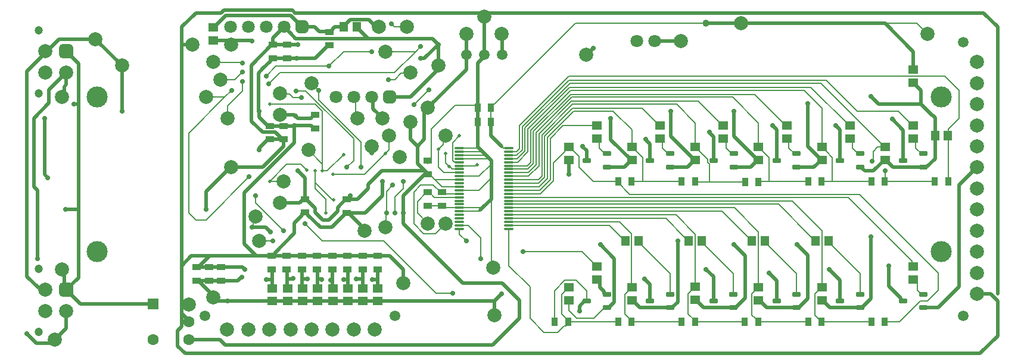
<source format=gbl>
G04*
G04 #@! TF.GenerationSoftware,Altium Limited,Altium Designer,22.11.1 (43)*
G04*
G04 Layer_Physical_Order=2*
G04 Layer_Color=16711680*
%FSLAX44Y44*%
%MOMM*%
G71*
G04*
G04 #@! TF.SameCoordinates,DD534F31-E0F6-4E29-A9B1-9AC83580A68C*
G04*
G04*
G04 #@! TF.FilePolarity,Positive*
G04*
G01*
G75*
%ADD10C,0.2000*%
%ADD15C,0.5000*%
%ADD17R,1.3500X1.1500*%
%ADD18C,2.0000*%
%ADD21R,1.1500X1.3500*%
%ADD25R,0.9000X1.3000*%
%ADD26R,1.3000X0.9000*%
%ADD59C,1.6000*%
%ADD60R,1.6000X1.6000*%
%ADD61C,1.8000*%
G04:AMPARAMS|DCode=62|XSize=1.8mm|YSize=1.8mm|CornerRadius=0.45mm|HoleSize=0mm|Usage=FLASHONLY|Rotation=270.000|XOffset=0mm|YOffset=0mm|HoleType=Round|Shape=RoundedRectangle|*
%AMROUNDEDRECTD62*
21,1,1.8000,0.9000,0,0,270.0*
21,1,0.9000,1.8000,0,0,270.0*
1,1,0.9000,-0.4500,-0.4500*
1,1,0.9000,-0.4500,0.4500*
1,1,0.9000,0.4500,0.4500*
1,1,0.9000,0.4500,-0.4500*
%
%ADD62ROUNDEDRECTD62*%
%ADD63C,1.2000*%
G04:AMPARAMS|DCode=64|XSize=2mm|YSize=2mm|CornerRadius=0.5mm|HoleSize=0mm|Usage=FLASHONLY|Rotation=180.000|XOffset=0mm|YOffset=0mm|HoleType=Round|Shape=RoundedRectangle|*
%AMROUNDEDRECTD64*
21,1,2.0000,1.0000,0,0,180.0*
21,1,1.0000,2.0000,0,0,180.0*
1,1,1.0000,-0.5000,0.5000*
1,1,1.0000,0.5000,0.5000*
1,1,1.0000,0.5000,-0.5000*
1,1,1.0000,-0.5000,-0.5000*
%
%ADD64ROUNDEDRECTD64*%
%ADD65C,3.0000*%
%ADD66C,1.5000*%
%ADD67C,0.7000*%
%ADD68C,0.5000*%
%ADD69C,1.0000*%
G04:AMPARAMS|DCode=70|XSize=0.65mm|YSize=1.25mm|CornerRadius=0.1625mm|HoleSize=0mm|Usage=FLASHONLY|Rotation=90.000|XOffset=0mm|YOffset=0mm|HoleType=Round|Shape=RoundedRectangle|*
%AMROUNDEDRECTD70*
21,1,0.6500,0.9250,0,0,90.0*
21,1,0.3250,1.2500,0,0,90.0*
1,1,0.3250,0.4625,0.1625*
1,1,0.3250,0.4625,-0.1625*
1,1,0.3250,-0.4625,-0.1625*
1,1,0.3250,-0.4625,0.1625*
%
%ADD70ROUNDEDRECTD70*%
G04:AMPARAMS|DCode=71|XSize=0.3mm|YSize=1.37mm|CornerRadius=0.075mm|HoleSize=0mm|Usage=FLASHONLY|Rotation=90.000|XOffset=0mm|YOffset=0mm|HoleType=Round|Shape=RoundedRectangle|*
%AMROUNDEDRECTD71*
21,1,0.3000,1.2200,0,0,90.0*
21,1,0.1500,1.3700,0,0,90.0*
1,1,0.1500,0.6100,0.0750*
1,1,0.1500,0.6100,-0.0750*
1,1,0.1500,-0.6100,-0.0750*
1,1,0.1500,-0.6100,0.0750*
%
%ADD71ROUNDEDRECTD71*%
D10*
X591539Y90570D02*
X615000D01*
X545000Y240000D02*
Y250000D01*
X533000Y228000D02*
X545000Y240000D01*
X789500Y475000D02*
X975000D01*
X1229500Y250000D02*
X1230000Y250500D01*
Y265000D01*
X655000Y140000D02*
Y170000D01*
X625000Y175000D02*
Y182500D01*
Y175000D02*
X635000Y165000D01*
X695000Y292500D02*
X705529D01*
X710000Y296971D01*
X695000Y292500D02*
X695500Y293000D01*
X672500Y127371D02*
X675000Y124871D01*
X670000Y129871D02*
X672500Y127371D01*
X601556Y311556D02*
X605000Y315000D01*
X601556Y302556D02*
Y311556D01*
X595000Y296000D02*
X601556Y302556D01*
X585000Y283000D02*
Y325000D01*
X618351Y358351D02*
X647470D01*
X585000Y325000D02*
X618351Y358351D01*
X580000Y279500D02*
X581500D01*
X585000Y283000D01*
X647470Y358351D02*
X650500Y355321D01*
X580000Y275312D02*
Y279500D01*
X780402Y400000D02*
X1315000D01*
X1335000Y340000D02*
Y380000D01*
X1315000Y400000D02*
X1335000Y380000D01*
X1319500Y324500D02*
X1335000Y340000D01*
X1319500Y250000D02*
Y324500D01*
X1219250Y299250D02*
X1230000D01*
X1212650Y279957D02*
Y292650D01*
X1219250Y299250D01*
X1211694Y279000D02*
X1212650Y279957D01*
X595000Y270000D02*
Y296000D01*
X725000Y55000D02*
X745000Y35000D01*
X695000Y130000D02*
Y182500D01*
X725000Y55000D02*
Y100000D01*
X695000Y130000D02*
X725000Y100000D01*
X675000Y120000D02*
Y124871D01*
X430000Y275000D02*
Y350000D01*
Y265000D02*
Y275000D01*
X410000Y295000D02*
X430000Y275000D01*
X355000Y250000D02*
X375000D01*
X540000Y285000D02*
Y290000D01*
X554307Y404307D02*
X555000Y405000D01*
X542000Y404307D02*
X554307D01*
X532915Y395222D02*
X542000Y404307D01*
X524125Y395222D02*
X532915D01*
X532631Y404722D02*
X562909Y435000D01*
X520000D02*
X562909D01*
X570000Y442091D01*
X532569Y470000D02*
X550000D01*
X528016Y474554D02*
X532569Y470000D01*
X527931Y474554D02*
X528016D01*
X340000Y165000D02*
X360000D01*
X331556Y187909D02*
Y196556D01*
X330000Y185000D02*
Y186353D01*
X331556Y196556D02*
X335000Y200000D01*
X330000Y186353D02*
X331556Y187909D01*
X275000Y420000D02*
X275550Y419450D01*
X315950D01*
X316500Y418900D01*
X316035Y378426D02*
Y392300D01*
X295000Y357391D02*
X316035Y378426D01*
X295000Y340000D02*
Y357391D01*
X240000Y319000D02*
X291000Y370000D01*
X301000Y380000D01*
X265000Y370000D02*
X291000D01*
X285000Y395000D02*
X305300D01*
X316500Y406200D01*
X415000Y390000D02*
X425000Y380000D01*
Y380000D02*
Y380000D01*
X475000Y370000D02*
X477500Y367500D01*
Y342500D02*
X480000Y340000D01*
X477500Y342500D02*
Y367500D01*
X500000Y290750D02*
Y300000D01*
X520000Y290000D02*
X525000Y295000D01*
Y315000D01*
X520500Y185500D02*
Y204500D01*
X520000Y185000D02*
X520500Y185500D01*
Y204500D02*
X521000Y205000D01*
X370000Y375000D02*
X370039Y374961D01*
X383000D01*
X388383Y369578D01*
X399910D01*
X425000Y366314D02*
X485000Y306314D01*
X425000Y366314D02*
Y380000D01*
X475000Y280000D02*
Y310657D01*
X406512Y379145D02*
X475000Y310657D01*
X485000Y270000D02*
Y306314D01*
X240000Y205000D02*
X250000Y195000D01*
X264444D01*
X615000Y280000D02*
Y305000D01*
X617173Y277827D02*
X624673D01*
X615000Y305000D02*
X625000Y315000D01*
X605000Y276000D02*
X610000Y271000D01*
X605000Y276000D02*
Y290000D01*
X615000Y280000D02*
X617173Y277827D01*
X560000Y359343D02*
Y359393D01*
X581021Y380414D02*
Y380464D01*
X560000Y359393D02*
X581021Y380414D01*
X436500Y265000D02*
X460000Y288500D01*
X465000Y270000D02*
X475000Y280000D01*
X430000Y265000D02*
X436500D01*
X460000Y435000D02*
X500000D01*
X439222Y414222D02*
X460000Y435000D01*
X420000Y360000D02*
X430000Y350000D01*
X595000Y270000D02*
X602500Y262500D01*
X625000D01*
X614278Y267500D02*
X625000D01*
X490000Y260000D02*
X520000Y290000D01*
X610778Y271000D02*
X614278Y267500D01*
X610000Y271000D02*
X610778D01*
X721186Y272500D02*
X726000Y277314D01*
X695000Y272500D02*
X721186D01*
X695000Y262500D02*
X722500D01*
X734000Y274000D01*
X695000Y277500D02*
X707500D01*
X721843Y267500D02*
X730000Y275657D01*
X695000Y267500D02*
X721843D01*
X742000Y316343D02*
X785657Y360000D01*
X746000Y314686D02*
X785314Y354000D01*
X722000Y324627D02*
X781373Y384000D01*
X726000Y322971D02*
X783029Y380000D01*
X730000Y321314D02*
X782686Y374000D01*
X734000Y319657D02*
X784343Y370000D01*
X738000Y318000D02*
X784000Y364000D01*
X754000Y311373D02*
X771877Y329250D01*
X750000Y313029D02*
X786971Y350000D01*
X730000Y275657D02*
Y321314D01*
X707500Y277500D02*
X722000Y292000D01*
Y324627D01*
X714000Y295314D02*
Y327941D01*
X706186Y287500D02*
X714000Y295314D01*
X726000Y277314D02*
Y322971D01*
X710000Y296971D02*
Y329598D01*
X706843Y282500D02*
X718000Y293657D01*
X734000Y274000D02*
Y319657D01*
X738000Y272343D02*
Y318000D01*
X718000Y293657D02*
Y326284D01*
X695000Y282500D02*
X706843D01*
X687173Y297827D02*
X694673D01*
X695000Y297500D01*
Y287500D02*
X706186D01*
X669500Y357000D02*
X673000Y360500D01*
X669500Y335000D02*
Y349500D01*
X673000Y360500D02*
X675000D01*
X669500Y355000D02*
Y357000D01*
X685000Y300000D02*
X687173Y297827D01*
X625000Y297500D02*
X652500D01*
X625000Y287500D02*
X662500D01*
X647688Y272500D02*
X649188Y274000D01*
X650000D01*
X625000Y272500D02*
X647688D01*
X625000Y282500D02*
X667500D01*
X624673Y277827D02*
X625000Y277500D01*
Y292500D02*
X657500D01*
X823250Y297500D02*
X831250Y289500D01*
X795000Y270000D02*
Y285250D01*
X779000Y299250D02*
X779826D01*
X780000D02*
X781000D01*
X758000Y276424D02*
X774250Y292674D01*
X781000Y299250D02*
X795000Y285250D01*
X774250Y292674D02*
Y294500D01*
X779000Y299250D01*
X771877Y329250D02*
X820000D01*
X823250Y297500D02*
Y307500D01*
X786971Y350000D02*
X843435D01*
X1059250Y164000D02*
Y165000D01*
X1065000Y250000D02*
Y284250D01*
X977907Y276967D02*
Y281343D01*
X1050312Y250000D02*
X1065000D01*
X977907Y276967D02*
X980000Y274874D01*
X885000Y250000D02*
Y284250D01*
X980000Y249640D02*
Y274874D01*
X805750Y80000D02*
Y94250D01*
X790828Y109172D02*
X805750Y94250D01*
X815000Y250000D02*
X850500D01*
X869500D02*
X885000D01*
X850500Y248000D02*
Y250000D01*
X885000D02*
X940500D01*
X850500Y248000D02*
X867000Y231500D01*
X998250Y207500D02*
X1035000Y170750D01*
X1040750Y165000D02*
Y166000D01*
X1050000Y99250D02*
Y178500D01*
X1049000Y99250D02*
X1050000D01*
X1035000Y170750D02*
X1036000D01*
X1040750Y166000D01*
X1016000Y212500D02*
X1050000Y178500D01*
X1014250Y89500D02*
Y119000D01*
X1040000Y90250D02*
X1049000Y99250D01*
X869500Y50000D02*
Y52000D01*
X779500Y50000D02*
X850500D01*
X779500Y48000D02*
Y50000D01*
Y52000D01*
X869500Y50000D02*
X940500D01*
X791565Y55000D02*
X815750D01*
X1049952Y249640D02*
X1050312Y250000D01*
X959860Y249640D02*
X980000D01*
X1030952D01*
X959500Y250000D02*
X959860Y249640D01*
X855000Y170750D02*
X856000D01*
X852500Y192500D02*
X869500Y175500D01*
X838250Y187500D02*
X855000Y170750D01*
X879250Y164000D02*
Y165000D01*
X860750D02*
Y166000D01*
X856000Y170750D02*
X860750Y166000D01*
X799250Y150000D02*
X820000Y129250D01*
X869500Y99750D02*
Y175500D01*
X879250Y164000D02*
X924250Y119000D01*
X950000Y90000D02*
X954250Y94250D01*
X950000Y61500D02*
X959500Y52000D01*
X954250Y94250D02*
Y95250D01*
X932500Y202500D02*
X960000Y175000D01*
X950000Y61500D02*
Y90000D01*
X954250Y95250D02*
X959000Y100000D01*
X945000Y170750D02*
X946000D01*
X950750Y165000D02*
Y166000D01*
X946000Y170750D02*
X950750Y166000D01*
X960000Y100000D02*
Y175000D01*
X831250Y70500D02*
X834250D01*
X815750Y55000D02*
X831250Y70500D01*
X959500Y50000D02*
X1030500D01*
X969250Y164000D02*
X1014250Y119000D01*
X969250Y164000D02*
Y165000D01*
X959500Y50000D02*
Y52000D01*
X860000Y89250D02*
X864250Y93500D01*
X860000Y61500D02*
Y89250D01*
X864250Y93500D02*
Y94500D01*
X869500Y99750D01*
X860000Y61500D02*
X869500Y52000D01*
X918250Y197500D02*
X945000Y170750D01*
X924250Y89500D02*
Y119000D01*
X770000Y61500D02*
X779500Y52000D01*
X770000Y61500D02*
Y89250D01*
X774250Y93500D02*
Y94500D01*
X774593Y109172D02*
X790828D01*
X774250Y94500D02*
X779000Y99250D01*
X780000Y66565D02*
X791565Y55000D01*
X779000Y99250D02*
X780000D01*
Y66565D02*
Y80750D01*
X770000Y89250D02*
X774250Y93500D01*
X1040000Y60000D02*
Y90250D01*
Y60000D02*
X1045000Y55000D01*
X370026Y404722D02*
X532631D01*
X364222Y414222D02*
X439222D01*
X710000Y329598D02*
X780402Y400000D01*
X718000Y326284D02*
X781716Y390000D01*
X714000Y327941D02*
X780059Y394000D01*
X675000Y360500D02*
X789500Y475000D01*
X355000Y360000D02*
X420000D01*
X392251Y379145D02*
X406512D01*
X399642Y274500D02*
X407571Y266571D01*
X335000Y220000D02*
X375000Y180000D01*
X335000Y220000D02*
Y230000D01*
X264444Y195000D02*
X326000Y256556D01*
X240000Y205000D02*
Y319000D01*
X379500Y274500D02*
X399642D01*
X355000Y250000D02*
X379500Y274500D01*
X353985Y388681D02*
X370026Y404722D01*
X350000Y400000D02*
X364222Y414222D01*
X521000Y236000D02*
X530000Y245000D01*
X578000Y234500D02*
X580000D01*
Y260500D02*
X582000D01*
X560000Y235000D02*
X570000Y245000D01*
X580000Y234500D02*
X582000D01*
X445436Y224564D02*
X446010Y223990D01*
X420000Y248339D02*
X443775Y224564D01*
X420000Y240000D02*
Y248339D01*
X435000Y205000D02*
Y225000D01*
X420000Y240000D02*
X435000Y225000D01*
X443775Y224564D02*
X445436D01*
X445000Y260000D02*
X490000D01*
X560000Y190000D02*
Y235000D01*
X565000Y205000D02*
X580000Y190000D01*
X565000Y221500D02*
X578000Y234500D01*
X565000Y205000D02*
Y221500D01*
X533000Y205000D02*
Y228000D01*
X521000Y205000D02*
Y236000D01*
X843435Y350000D02*
X870000Y323435D01*
Y299250D02*
Y323435D01*
Y299250D02*
X871000D01*
X875750Y294500D01*
X913250Y297500D02*
Y307500D01*
Y297500D02*
X921250Y289500D01*
X875750Y293500D02*
Y294500D01*
Y293500D02*
X885000Y284250D01*
X1003750Y297500D02*
X1011657Y289593D01*
X960000Y299250D02*
Y333435D01*
X909000Y329250D02*
X910000D01*
X1089000D02*
X1090000D01*
X1055750Y293500D02*
X1065000Y284250D01*
X1093250Y297500D02*
Y307500D01*
X1055750Y293500D02*
Y294500D01*
X1051000Y299250D02*
X1055750Y294500D01*
X1050000Y299250D02*
X1051000D01*
X1050000D02*
Y333435D01*
X961000Y299250D02*
X965750Y294500D01*
X960000Y299250D02*
X961000D01*
X965750Y293500D02*
X977907Y281343D01*
X965750Y293500D02*
Y294500D01*
X1013435Y370000D02*
X1050000Y333435D01*
X1044250Y374000D02*
X1089000Y329250D01*
X785657Y360000D02*
X933435D01*
X964250Y364000D02*
X999000Y329250D01*
X782686Y374000D02*
X1044250D01*
X784343Y370000D02*
X1013435D01*
X933435Y360000D02*
X960000Y333435D01*
X884250Y354000D02*
X909000Y329250D01*
X785314Y354000D02*
X884250D01*
X784000Y364000D02*
X964250D01*
X999000Y329250D02*
X1000000D01*
X1003750Y297500D02*
Y307500D01*
X745000Y35000D02*
X764500D01*
X774000Y44500D01*
X776000D01*
X750000Y254343D02*
Y313029D01*
X760000Y50500D02*
X760500Y50000D01*
X760000Y50500D02*
Y94578D01*
X776000Y44500D02*
X779500Y48000D01*
X742000Y257657D02*
Y316343D01*
X746000Y256000D02*
Y314686D01*
X695000Y222500D02*
X1097500D01*
X420000Y248339D02*
Y265000D01*
X405000Y190000D02*
X430000Y165000D01*
X695000Y252500D02*
X736843D01*
X695000Y202500D02*
X932500D01*
X695000Y197500D02*
X918250D01*
X695000Y187500D02*
X838250D01*
X695000Y232500D02*
X739471D01*
X695000Y242500D02*
X738157D01*
X695000Y237500D02*
X738814D01*
X695000Y217500D02*
X1078250D01*
X695000Y212500D02*
X1016000D01*
X695000Y207500D02*
X998250D01*
X695000Y247500D02*
X737500D01*
X695000Y192500D02*
X852500D01*
X695000Y257500D02*
X723157D01*
X430000Y165000D02*
X517108D01*
X580000Y215500D02*
X600000D01*
X590828Y175828D02*
X605000Y190000D01*
X560000D02*
X574172Y175828D01*
X590828D01*
X603000Y212500D02*
X625000D01*
X600000Y215500D02*
X603000Y212500D01*
X760000Y94578D02*
X774593Y109172D01*
X723157Y257500D02*
X738000Y272343D01*
X715000Y150000D02*
X799250D01*
X738157Y242500D02*
X750000Y254343D01*
X738814Y237500D02*
X754000Y252686D01*
X739471Y232500D02*
X758000Y251029D01*
X795000Y270000D02*
X815000Y250000D01*
X737500Y247500D02*
X746000Y256000D01*
X754000Y252686D02*
Y311373D01*
X736843Y252500D02*
X742000Y257657D01*
X758000Y251029D02*
Y276424D01*
X670000Y129871D02*
Y225000D01*
X582000Y260500D02*
X590000Y252500D01*
X602000Y232500D02*
X625000D01*
X600000Y242500D02*
X625000D01*
X600000Y234500D02*
X602000Y232500D01*
X589000Y227500D02*
X625000D01*
X598000Y234500D02*
X600000D01*
X590000Y252500D02*
X625000D01*
X587500Y245000D02*
X598000Y234500D01*
X582000D02*
X589000Y227500D01*
X590000Y252500D02*
X600000Y242500D01*
X570000Y245000D02*
X587500D01*
X652500Y257500D02*
X670000Y275000D01*
X652500Y237500D02*
X670000Y255000D01*
X625000Y237500D02*
X652500D01*
X625000Y187500D02*
X637500D01*
X625000Y257500D02*
X652500D01*
X637500Y187500D02*
X655000Y170000D01*
X625000Y207500D02*
X652500D01*
X654250Y209250D01*
X625000Y212500D02*
X657500D01*
X517108Y165000D02*
X591539Y90570D01*
X1275000Y475000D02*
X1290000Y460000D01*
X1230000Y475000D02*
X1275000D01*
X1290000Y80000D02*
X1305000Y95000D01*
X1193500Y231500D02*
X1305000Y120000D01*
Y95000D02*
Y120000D01*
X867000Y231500D02*
X1193500D01*
X1268172Y131078D02*
X1270000Y129250D01*
X1177500Y227500D02*
X1268172Y136828D01*
X695000Y227500D02*
X1177500D01*
X1268172Y131078D02*
Y136828D01*
X1140000Y99250D02*
Y180000D01*
X1097500Y222500D02*
X1140000Y180000D01*
X1130750Y165000D02*
Y166000D01*
X1125000Y170750D02*
X1126000D01*
X1130750Y166000D01*
X1078250Y217500D02*
X1125000Y170750D01*
X1059250Y164000D02*
X1104250Y119000D01*
Y89500D02*
Y119000D01*
X1271000Y110750D02*
X1275750Y106000D01*
Y95000D02*
X1281250Y89500D01*
X1275750Y95000D02*
Y106000D01*
X1270000Y110750D02*
X1271000D01*
X1281250Y89500D02*
X1284250D01*
X1149250Y164000D02*
X1194250Y119000D01*
X1149250Y164000D02*
Y165000D01*
X1194250Y89500D02*
Y119000D01*
X1130000Y59500D02*
X1139500Y50000D01*
X1130000Y90250D02*
X1139000Y99250D01*
X1130000Y59500D02*
Y90250D01*
X1139000Y99250D02*
X1140000D01*
X1049500Y50000D02*
X1120500D01*
X1139500D02*
X1210500D01*
X1280000Y80000D02*
X1290000D01*
X1250000Y50000D02*
X1280000Y80000D01*
X1229500Y50000D02*
X1250000D01*
X1065000Y250000D02*
X1120500D01*
X1155000D02*
X1210500D01*
X1139500D02*
X1155000D01*
X1145750Y293500D02*
X1155000Y284250D01*
Y250000D02*
Y284250D01*
X1140000Y299250D02*
X1141000D01*
X1145750Y294500D01*
Y293500D02*
Y294500D01*
X1229500Y250000D02*
X1300500D01*
X780059Y394000D02*
X1146000D01*
X1190000Y350000D01*
X1248250D01*
X1269000Y329250D01*
X1270000D01*
X781716Y390000D02*
X1138250D01*
X1229000Y299250D01*
X1124250Y384000D02*
X1179000Y329250D01*
X781373Y384000D02*
X1124250D01*
X1179000Y329250D02*
X1180000D01*
X783029Y380000D02*
X1114435D01*
X1140000Y354435D01*
Y299250D02*
Y354435D01*
X1183250Y297500D02*
Y307500D01*
Y297500D02*
X1191250Y289500D01*
X1093250Y297500D02*
X1101250Y289500D01*
X1273250Y297500D02*
Y307500D01*
Y297500D02*
X1281250Y289500D01*
D15*
X391391Y343550D02*
G03*
X389941Y345000I-1450J0D01*
G01*
X345444Y411000D02*
X345500D01*
X358000Y425500D02*
X360000D01*
X356000Y421500D02*
Y423500D01*
X339000Y351541D02*
Y404556D01*
X345444Y411000D01*
X356000Y423500D02*
X358000Y425500D01*
X345500Y411000D02*
X356000Y421500D01*
X340000Y350000D02*
Y350541D01*
X339000Y351541D02*
X340000Y350541D01*
X565000Y275500D02*
Y300000D01*
Y275500D02*
X575500Y265000D01*
X495000Y245556D02*
X514444Y265000D01*
X575500D01*
X577750Y262750D02*
X580000Y260500D01*
X575500Y265000D02*
X577750Y262750D01*
X575500Y260500D02*
X580000D01*
X230000Y43200D02*
Y62320D01*
X25000Y140000D02*
Y237771D01*
X20000Y242771D02*
Y340000D01*
Y242771D02*
X25000Y237771D01*
X62870Y98800D02*
X66000Y95670D01*
X60000Y125000D02*
X62870Y122130D01*
Y98800D02*
Y122130D01*
Y372870D02*
Y384660D01*
X60000Y370000D02*
X62870Y372870D01*
Y384660D02*
X66000Y387790D01*
Y405290D01*
X975000Y475000D02*
X1025000D01*
X1230000D01*
X1150000Y125000D02*
X1165750Y109250D01*
Y80000D02*
Y109250D01*
X1105000Y160000D02*
X1120293Y144707D01*
X895750Y80000D02*
Y103682D01*
X888275Y111158D02*
X895750Y103682D01*
X795383Y72633D02*
X802750Y80000D01*
X795383Y65383D02*
Y72633D01*
X825000Y160000D02*
X845000Y140000D01*
Y78250D02*
Y140000D01*
X391100Y490000D02*
X1370000D01*
X230000Y62320D02*
Y130000D01*
X465000Y224500D02*
X479500D01*
X555000Y310000D02*
X565000Y300000D01*
Y300000D02*
Y300000D01*
X85870Y75800D02*
X189655D01*
X66000Y95670D02*
X85870Y75800D01*
X1360000Y90000D02*
X1380000D01*
X650500Y355321D02*
Y418287D01*
Y355000D02*
Y355321D01*
X575000Y310000D02*
Y350000D01*
X565000Y300000D02*
X575000Y310000D01*
Y350000D02*
X634600Y409600D01*
X650500Y335000D02*
Y355000D01*
X634600Y409600D02*
Y430000D01*
X902700Y450000D02*
X940000D01*
X1197250Y270500D02*
X1198000Y269750D01*
Y267929D02*
X1200929Y265000D01*
X1213250D02*
X1229000Y280750D01*
X1194250Y270500D02*
X1197250D01*
X1198000Y267929D02*
Y269750D01*
X1200929Y265000D02*
X1213250D01*
X1230000Y280750D02*
X1231000D01*
X1229000D02*
X1230000D01*
X235000Y5000D02*
X1365000D01*
X1390000Y30000D01*
X224500Y15500D02*
X235000Y5000D01*
X224500Y15500D02*
Y37700D01*
X230000Y43200D01*
X240000Y50400D02*
Y52320D01*
X230000Y62320D02*
X240000Y52320D01*
X284261Y25000D02*
X292261Y17000D01*
X240000Y25000D02*
X284261D01*
X672000Y17000D02*
X710000Y55000D01*
X292261Y17000D02*
X672000D01*
X359880Y144040D02*
X379470D01*
X630000Y105000D02*
X685556D01*
X545000Y190000D02*
X630000Y105000D01*
X685556D02*
X710000Y80556D01*
Y55000D02*
Y80556D01*
X545000Y190000D02*
Y205000D01*
X230000Y130000D02*
X244040Y144040D01*
X370000Y220000D02*
X398000D01*
X403000Y225000D01*
X405000D01*
X570000Y425000D02*
X575000D01*
X595000Y445000D01*
Y415000D02*
Y445000D01*
Y410000D02*
Y415000D01*
X555000Y310000D02*
Y335000D01*
X460750Y471000D02*
X469750Y480000D01*
X460750Y470000D02*
Y471000D01*
X469750Y480000D02*
X470000D01*
X470250Y480250D01*
X505941Y470000D02*
X510000D01*
X495691Y480250D02*
X505941Y470000D01*
X470250Y480250D02*
X495691D01*
X685200Y430200D02*
Y459800D01*
Y430200D02*
X685400Y430000D01*
X685000Y460000D02*
X685200Y459800D01*
X634800D02*
X635000Y460000D01*
X634800Y430200D02*
Y459800D01*
X634600Y430000D02*
X634800Y430200D01*
X660000Y430000D02*
Y485000D01*
X805000Y430000D02*
X815000Y440000D01*
X674570Y79570D02*
X675000Y80000D01*
X685000Y90000D01*
X675000Y60000D02*
Y80000D01*
X467000Y205500D02*
X490500D01*
X465000D02*
X467000D01*
X463000D02*
X465000D01*
X467000D02*
X490000Y182500D01*
Y180000D02*
Y182500D01*
X509010Y144040D02*
X525960D01*
X545000Y125000D01*
Y105000D02*
Y125000D01*
X276000Y469250D02*
X279250Y472500D01*
Y472985D02*
X292766Y486500D01*
X275000Y469250D02*
X276000D01*
X279250Y472500D02*
Y472985D01*
X292766Y486500D02*
X384700D01*
X230000Y445000D02*
Y470000D01*
Y130000D02*
Y445000D01*
X245000D01*
X502024Y353500D02*
Y368377D01*
X515000Y340000D02*
Y340523D01*
X502024Y353500D02*
X515000Y340523D01*
X500400Y370000D02*
X502024Y368377D01*
X391391Y343550D02*
X391770D01*
X370000Y345000D02*
X389941D01*
X289866Y493500D02*
X387599D01*
X250000Y490000D02*
X286366D01*
X230000Y470000D02*
X250000Y490000D01*
X286366D02*
X289866Y493500D01*
X269540Y144040D02*
X335960D01*
X509010Y79570D02*
X674570D01*
X329000Y336000D02*
Y415500D01*
Y336000D02*
X345000Y320000D01*
X360000Y444500D02*
X360000Y444500D01*
X329000Y415500D02*
X358000Y444500D01*
X439142Y195000D02*
X451510Y207368D01*
X463000Y224500D02*
X465000D01*
X451510Y207368D02*
Y213010D01*
X463000Y224500D01*
X330000Y185000D02*
X349459D01*
X356012Y178447D01*
X356553D01*
X555000Y370000D02*
X595000Y410000D01*
X251500Y109000D02*
X253500D01*
Y128000D02*
X268708D01*
X244040Y144040D02*
X269540D01*
X253500Y128000D02*
X269540Y144040D01*
X251500Y128000D02*
X253500D01*
X268708Y109000D02*
X285916D01*
X253500D02*
X268708D01*
X253500D02*
X282500Y80000D01*
X295215Y79785D02*
X358935D01*
X335960Y144040D02*
X357880D01*
X319000Y161000D02*
X335960Y144040D01*
X379470Y125040D02*
X380014Y124496D01*
X359150Y79570D02*
X380559D01*
X358515Y110000D02*
Y124405D01*
X380014Y111555D02*
Y124496D01*
X387729Y111555D02*
X388087Y111913D01*
X361880Y148040D02*
X390000Y176160D01*
Y191000D01*
X380014Y111555D02*
X387729D01*
X380014Y98614D02*
Y111555D01*
Y98614D02*
X380559Y98070D01*
X357880Y144040D02*
X359880D01*
X357880Y125040D02*
X358515Y124405D01*
X359880Y144040D02*
X361880Y146040D01*
Y148040D01*
X316459Y128000D02*
X319459Y125000D01*
X320000D01*
X285916Y128000D02*
X316459D01*
X268708D02*
X285916D01*
X358515Y98705D02*
X359150Y98070D01*
X350000Y110000D02*
X358515D01*
Y98705D02*
Y110000D01*
X358935Y79785D02*
X359150Y79570D01*
X282500Y80000D02*
X295000D01*
X310024Y109000D02*
X314917Y113893D01*
X295000Y80000D02*
X295215Y79785D01*
X285916Y109000D02*
X310024D01*
X314917Y113893D02*
X315458D01*
X479250Y469000D02*
X495159Y453091D01*
X479250Y469000D02*
Y470000D01*
X447500D02*
X460750D01*
X438000Y444000D02*
X440000D01*
X439726Y463274D02*
X440000Y463000D01*
X442000D02*
X444000Y465000D01*
X440000Y463000D02*
X442000D01*
X419274Y470000D02*
X426000Y463274D01*
X444000Y465000D02*
Y466500D01*
X419757Y425757D02*
X438000Y444000D01*
X444000Y466500D02*
X447500Y470000D01*
X426000Y463274D02*
X439726D01*
X525800Y370000D02*
X555000D01*
X495159Y453091D02*
X586909D01*
X595000Y445000D01*
X418000Y325500D02*
X420000D01*
X418000Y344500D02*
X420000D01*
X652500Y297500D02*
X657500Y292500D01*
X650500Y299500D02*
X652500Y297500D01*
X650500Y299500D02*
Y335000D01*
X669500Y315500D02*
X685000Y300000D01*
X669500Y315500D02*
Y335000D01*
X657500Y292500D02*
X662500Y287500D01*
X667500Y282500D01*
X831250Y289500D02*
X834250D01*
X805750Y280000D02*
Y293709D01*
X805375Y280375D02*
X805750Y280000D01*
X670000Y275000D02*
Y280000D01*
X667500Y282500D02*
X670000Y280000D01*
X800000Y299459D02*
X805750Y293709D01*
X800000Y299459D02*
Y300000D01*
X840000Y309750D02*
Y340000D01*
X820000Y310750D02*
X823250Y307500D01*
X1059250Y165000D02*
X1062500Y168250D01*
X1064722Y119722D02*
X1075750Y108694D01*
X1038843Y270593D02*
X1049000Y280750D01*
X1014657Y270593D02*
X1038843D01*
X924250Y270500D02*
X948750D01*
X959000Y280750D01*
X444784Y79570D02*
X466193D01*
X487601D01*
X466012Y98251D02*
X466193Y98070D01*
X460000Y110000D02*
X460383Y110383D01*
X464839D01*
X466012Y111555D01*
Y98251D02*
Y111555D01*
X477917Y111056D02*
X487511D01*
X423013Y98433D02*
Y111555D01*
X443592D02*
X444512D01*
X441420Y109924D02*
X441961D01*
X443592Y111555D01*
X423376Y79570D02*
X444784D01*
X423013Y98433D02*
X423376Y98070D01*
X423013Y111555D02*
X423622Y110946D01*
X429054D02*
X429437Y110563D01*
X444512Y98342D02*
Y109924D01*
X423622Y110946D02*
X429054D01*
X444512Y98342D02*
X444784Y98070D01*
X487511Y98161D02*
X487601Y98070D01*
X507838Y110383D02*
X509010Y111555D01*
X509010Y98070D02*
X509010Y98070D01*
Y111555D01*
X487601Y79570D02*
X509010D01*
X501383Y110383D02*
X507838D01*
X487511Y98161D02*
Y111056D01*
X1011250Y89500D02*
X1014250D01*
X1015000Y160000D02*
X1030619Y144381D01*
X879250Y165000D02*
Y165000D01*
X882500Y168250D01*
X820000Y110750D02*
X821000D01*
X824250Y107500D01*
Y99500D02*
X830500Y93250D01*
X824250Y99500D02*
Y107500D01*
X881250Y70500D02*
X924250D01*
X871000Y80750D02*
X881250Y70500D01*
X834250D02*
X837250D01*
X830500Y90250D02*
X831250Y89500D01*
X834250D01*
X837250Y70500D02*
X845000Y78250D01*
X802750Y80000D02*
X805750D01*
X830500Y90250D02*
Y93250D01*
X1030619Y83869D02*
Y144381D01*
X969250Y165000D02*
Y165000D01*
X961000Y81500D02*
X972000Y70500D01*
X960000Y81500D02*
X961000D01*
X985750Y80000D02*
Y114250D01*
X975000Y125000D02*
X985750Y114250D01*
X969250Y165000D02*
X972500Y168250D01*
X972000Y70500D02*
X1014250D01*
X870000Y80750D02*
X871000D01*
X924250Y70500D02*
X925000Y71250D01*
X928000D02*
X935000Y78250D01*
Y165000D01*
X921250Y89500D02*
X924250D01*
X925000Y71250D02*
X928000D01*
X1014250Y70500D02*
X1017250D01*
X1050000Y80750D02*
X1051000D01*
X1017250Y70500D02*
X1030619Y83869D01*
X401200Y470000D02*
X419274D01*
X413500Y340000D02*
X418000Y344500D01*
X660000Y427787D02*
Y430000D01*
X393806Y425757D02*
X419757D01*
X650500Y418287D02*
X660000Y427787D01*
X384700Y486500D02*
X401200Y470000D01*
X387599Y493500D02*
X391100Y490000D01*
X392138Y453091D02*
X495159D01*
X1075750Y80000D02*
Y108694D01*
X1051000Y80750D02*
X1061250Y70500D01*
X390000Y305000D02*
Y330000D01*
X373000Y310000D02*
X375000D01*
X391770Y343550D02*
X395320Y340000D01*
X388459Y329000D02*
X389459Y330000D01*
X375000Y329000D02*
X388459D01*
X389459Y330000D02*
X390000D01*
Y191000D02*
X401000Y202000D01*
X403000Y206000D02*
X405000D01*
Y225000D02*
Y255000D01*
X401000Y204000D02*
X403000Y206000D01*
X405000D02*
X407000D01*
X405000Y225000D02*
X407000D01*
X401000Y202000D02*
Y204000D01*
X395000Y265000D02*
X405000Y255000D01*
X379470Y144040D02*
X401060D01*
Y125040D02*
X401514Y124586D01*
X275375Y450375D02*
X329625D01*
X319000Y161000D02*
Y234000D01*
X265000Y235800D02*
X299200Y270000D01*
X275000Y450750D02*
X275375Y450375D01*
X265000Y210000D02*
Y235800D01*
X360000Y444500D02*
X380000D01*
X360000Y454200D02*
X375800Y470000D01*
Y469471D02*
Y470000D01*
X384700Y460529D02*
Y460571D01*
X360000Y425500D02*
X380000D01*
X380129Y425629D01*
X375800Y469471D02*
X384700Y460571D01*
X360000Y444500D02*
Y454200D01*
X380000Y444500D02*
X380500Y445000D01*
X340000Y295000D02*
X340383Y295383D01*
Y297383D01*
X353000Y310000D01*
X299200Y270000D02*
X345000D01*
X319000Y234000D02*
X390000Y305000D01*
X375000Y300000D02*
Y310000D01*
X345000Y270000D02*
X375000Y300000D01*
X360000Y425500D02*
X360000Y425500D01*
X329625Y450375D02*
X330000Y450000D01*
X358000Y444500D02*
X360000D01*
X355000Y329000D02*
X375000D01*
X345000Y320000D02*
X363000D01*
X353000Y329000D02*
X355000D01*
X363000Y320000D02*
X373000Y310000D01*
X355000D02*
X373000D01*
X340383Y341617D02*
Y349617D01*
X353000Y310000D02*
X355000D01*
X340383Y341617D02*
X353000Y329000D01*
X340000Y350000D02*
X340383Y349617D01*
X380129Y425629D02*
X393677D01*
X384700Y460529D02*
X392138Y453091D01*
X380500Y445000D02*
X395000D01*
X393677Y425629D02*
X393806Y425757D01*
X545000Y230000D02*
X575500Y260500D01*
X515000Y230000D02*
Y250000D01*
X419929Y205929D02*
Y212071D01*
X461000Y203500D02*
X463000Y205500D01*
X461000Y202929D02*
Y203500D01*
X419929Y205929D02*
X430858Y195000D01*
X439142D01*
X545000Y205000D02*
Y230000D01*
X470000Y229459D02*
Y230000D01*
X469000Y228459D02*
X470000Y229459D01*
X469000Y226500D02*
Y228459D01*
X490500Y205500D02*
X515000Y230000D01*
X479500Y224500D02*
X495000Y240000D01*
Y245556D01*
X840000Y309750D02*
X869000Y280750D01*
X858750Y270500D02*
X869000Y280750D01*
X834250Y270500D02*
X858750D01*
X910000Y310750D02*
X913250Y307500D01*
X895750Y280000D02*
Y303709D01*
X921250Y289500D02*
X924250D01*
X890000Y309459D02*
X895750Y303709D01*
X890000Y309459D02*
Y310000D01*
X1011657Y289593D02*
X1014657D01*
X1015000Y314750D02*
X1049000Y280750D01*
X925000Y314750D02*
Y350000D01*
Y314750D02*
X959000Y280750D01*
X1070000Y329459D02*
X1075750Y323709D01*
Y280000D02*
Y323709D01*
X1090000Y310750D02*
X1093250Y307500D01*
X1070000Y329459D02*
Y330000D01*
X980000Y319459D02*
Y320000D01*
X986157Y280093D02*
Y313302D01*
X980000Y319459D02*
X986157Y313302D01*
X1000000Y310750D02*
X1000500D01*
X1003750Y307500D01*
X1015000Y314750D02*
Y350000D01*
X380559Y79570D02*
X401967D01*
X413500Y330000D02*
X418000Y325500D01*
X395320Y340000D02*
X413500D01*
X390000Y330000D02*
X413500D01*
X401060Y144040D02*
X422650D01*
X407000Y206000D02*
X409000Y204000D01*
Y202929D02*
Y204000D01*
X423013Y111555D02*
Y124677D01*
X407000Y225000D02*
X419929Y212071D01*
X409000Y202929D02*
X426929Y185000D01*
X487420Y125040D02*
X487511Y124949D01*
X509010Y111555D02*
Y125040D01*
X401514Y98524D02*
X401967Y98070D01*
Y79570D02*
X423376D01*
X780000Y260000D02*
Y280750D01*
X444240Y144040D02*
X465830D01*
X487420D02*
X509010D01*
X465830D02*
X487420D01*
X422650D02*
X444240D01*
X443071Y185000D02*
X461000Y202929D01*
X422650Y125040D02*
X423013Y124677D01*
X444240Y125040D02*
X444512Y124768D01*
X426929Y185000D02*
X443071D01*
X657500Y212500D02*
X670000Y225000D01*
Y255000D02*
Y275000D01*
X654250Y209250D02*
X657500Y212500D01*
X670000Y225000D02*
Y255000D01*
X408445Y111555D02*
X408762Y111238D01*
X401514Y111555D02*
X408445D01*
X401514Y98524D02*
Y111555D01*
Y124586D01*
X487511Y111056D02*
Y124949D01*
X444512Y111555D02*
Y124768D01*
X465830Y125040D02*
X466012Y124859D01*
X509010Y125040D02*
X509010Y125040D01*
X466012Y111555D02*
Y124859D01*
X1370000Y490000D02*
X1390000Y470000D01*
X55822Y452790D02*
X107210D01*
X145000Y350000D02*
Y415000D01*
X107210Y452790D02*
X145000Y415000D01*
X10000Y406968D02*
X55822Y452790D01*
X1120293Y83543D02*
Y144707D01*
X83500Y360000D02*
Y417790D01*
Y210000D02*
Y360000D01*
X77000D02*
X83500D01*
X77000D02*
Y360541D01*
X35278Y260263D02*
X40000Y255541D01*
Y255000D02*
Y255541D01*
X35278Y260263D02*
Y339722D01*
X20000Y340000D02*
X41565Y361565D01*
X10000Y115000D02*
Y406968D01*
Y115000D02*
X26460Y98540D01*
X33130D01*
X36000Y95670D01*
X41565Y361565D02*
Y380855D01*
X66000Y405290D01*
Y41000D02*
Y65670D01*
X45000Y20000D02*
X66000Y41000D01*
X10000Y33178D02*
X23178Y20000D01*
X45000D01*
X83500Y113170D02*
Y210000D01*
X65000D02*
X83500D01*
X1284250Y70500D02*
X1305500D01*
X1335000Y100000D01*
Y245000D02*
X1360000Y270000D01*
X1335000Y100000D02*
Y245000D01*
X1390000Y30000D02*
Y80000D01*
X1380000Y90000D02*
X1390000Y80000D01*
Y90000D02*
Y470000D01*
X66000Y95670D02*
X83500Y113170D01*
X66000Y435290D02*
X83500Y417790D01*
X1274250Y386500D02*
X1280750Y380000D01*
Y360000D02*
Y380000D01*
Y360000D02*
X1296500Y344250D01*
X1221000Y360000D02*
X1280750D01*
X1274250Y386500D02*
Y387500D01*
X1271000Y390750D02*
X1274250Y387500D01*
X1270000Y390750D02*
X1271000D01*
X1210000Y371000D02*
X1221000Y360000D01*
X1230000Y475000D02*
X1270000Y435000D01*
X1061250Y70500D02*
X1104250D01*
X1107250D01*
X1120293Y83543D01*
X1101250Y89500D02*
X1104250D01*
X1191250D02*
X1194250D01*
X1151250Y70500D02*
X1194250D01*
X1141000Y80750D02*
X1151250Y70500D01*
X1140000Y80750D02*
X1141000D01*
X1194250Y70500D02*
X1197250D01*
X1210000Y83250D01*
Y171000D01*
X1252000Y80750D02*
X1252750Y80000D01*
X1252000Y80750D02*
Y83750D01*
X1252750Y80000D02*
X1255750D01*
X1234722Y101028D02*
X1252000Y83750D01*
X1234722Y101028D02*
Y130278D01*
X1289500Y271250D02*
X1300750Y282500D01*
Y341000D01*
X1297500Y344250D02*
X1300750Y341000D01*
X1270000Y409250D02*
Y435000D01*
X1120000Y299750D02*
X1139000Y280750D01*
X1120000Y299750D02*
Y361000D01*
X1180000Y310750D02*
X1183250Y307500D01*
X1191250Y289500D02*
X1194250D01*
X1101250D02*
X1104250D01*
X1231000Y280750D02*
X1241250Y270500D01*
X1284250D01*
X1104250D02*
X1128750D01*
X1139000Y280750D01*
X1160000Y329459D02*
X1165750Y323709D01*
X1160000Y329459D02*
Y330000D01*
X1165750Y280000D02*
Y323709D01*
X1240000Y339000D02*
X1255750Y323250D01*
Y280000D02*
Y323250D01*
X1270000Y310750D02*
X1273250Y307500D01*
X1281250Y289500D02*
X1284250D01*
Y270500D02*
X1285000Y271250D01*
X1289500D01*
X1296500Y344250D02*
X1297500D01*
D17*
X509010Y79570D02*
D03*
Y98070D02*
D03*
X487601Y79570D02*
D03*
Y98070D02*
D03*
X466193Y79570D02*
D03*
Y98070D02*
D03*
X444784Y79570D02*
D03*
Y98070D02*
D03*
X423376Y79570D02*
D03*
Y98070D02*
D03*
X401967Y79570D02*
D03*
Y98070D02*
D03*
X380559Y79570D02*
D03*
Y98070D02*
D03*
X359150D02*
D03*
Y79570D02*
D03*
X275000Y450750D02*
D03*
Y469250D02*
D03*
X780000Y299250D02*
D03*
Y280750D02*
D03*
X1140000Y99250D02*
D03*
Y80750D02*
D03*
X1230000Y280750D02*
D03*
X1140000D02*
D03*
X1050000D02*
D03*
X960000D02*
D03*
X870000D02*
D03*
X1050000Y80750D02*
D03*
X960000Y81500D02*
D03*
X870000Y80750D02*
D03*
X780000D02*
D03*
Y99250D02*
D03*
X820000Y110750D02*
D03*
Y129250D02*
D03*
X870000Y99250D02*
D03*
X1270000Y129250D02*
D03*
Y110750D02*
D03*
X1050000Y99250D02*
D03*
X960000Y100000D02*
D03*
X1270000Y329250D02*
D03*
Y310750D02*
D03*
X1230000Y299250D02*
D03*
X1180000Y329250D02*
D03*
Y310750D02*
D03*
X1140000Y299250D02*
D03*
X1090000Y329250D02*
D03*
Y310750D02*
D03*
X1050000Y299250D02*
D03*
X1000000Y329250D02*
D03*
Y310750D02*
D03*
X960000Y299250D02*
D03*
X910000Y329250D02*
D03*
Y310750D02*
D03*
X870000Y299250D02*
D03*
X820000Y310750D02*
D03*
Y329250D02*
D03*
X1270000Y390750D02*
D03*
Y409250D02*
D03*
D18*
X635000Y460000D02*
D03*
X685000D02*
D03*
X660000Y485000D02*
D03*
X1025000Y475000D02*
D03*
X480000Y340000D02*
D03*
X515000D02*
D03*
X300000Y445000D02*
D03*
X415000Y390000D02*
D03*
X370000Y375000D02*
D03*
Y345000D02*
D03*
X285000Y395000D02*
D03*
X275000Y85000D02*
D03*
X525000Y315000D02*
D03*
X605000D02*
D03*
X520000Y185000D02*
D03*
X675000Y60000D02*
D03*
X340000Y165000D02*
D03*
X107210Y452790D02*
D03*
X60000Y370000D02*
D03*
X240000Y75000D02*
D03*
X370000Y220000D02*
D03*
X145000Y415000D02*
D03*
X60000Y125000D02*
D03*
X245000Y445000D02*
D03*
X555000Y335000D02*
D03*
X265000Y370000D02*
D03*
X500000Y300000D02*
D03*
X555000Y405000D02*
D03*
X275000Y420000D02*
D03*
X940000Y450000D02*
D03*
X510000Y470000D02*
D03*
X595000Y415000D02*
D03*
X550000Y470000D02*
D03*
X335000Y200000D02*
D03*
X520000Y435000D02*
D03*
X375000Y250000D02*
D03*
X410000Y295000D02*
D03*
X545000Y105000D02*
D03*
X300000Y270000D02*
D03*
X540000Y285000D02*
D03*
X50000Y25000D02*
D03*
X490000Y180000D02*
D03*
X805000Y430000D02*
D03*
X295000Y340000D02*
D03*
X580000Y190000D02*
D03*
X605000D02*
D03*
X672500Y127371D02*
D03*
X1290000Y460000D02*
D03*
X580000Y355000D02*
D03*
X504640Y39370D02*
D03*
X474640D02*
D03*
X444640D02*
D03*
X414640D02*
D03*
X384640D02*
D03*
X354640D02*
D03*
X294640D02*
D03*
X324640D02*
D03*
X1360000Y420000D02*
D03*
Y390000D02*
D03*
Y360000D02*
D03*
Y330000D02*
D03*
Y300000D02*
D03*
Y270000D02*
D03*
Y240000D02*
D03*
Y210000D02*
D03*
Y180000D02*
D03*
Y150000D02*
D03*
Y90000D02*
D03*
Y120000D02*
D03*
X66000Y405290D02*
D03*
X36000D02*
D03*
Y435290D02*
D03*
Y95670D02*
D03*
X66000Y65670D02*
D03*
X36000D02*
D03*
D21*
X460750Y470000D02*
D03*
X479250D02*
D03*
X1040750Y165000D02*
D03*
X1059250D02*
D03*
X1130750D02*
D03*
X1149250D02*
D03*
X860750D02*
D03*
X879250D02*
D03*
X1319250Y315000D02*
D03*
X1300750D02*
D03*
X969250Y165000D02*
D03*
X950750D02*
D03*
D25*
X869500Y250000D02*
D03*
X850500D02*
D03*
X1210500Y50000D02*
D03*
X1229500D02*
D03*
X779500D02*
D03*
X760500D02*
D03*
X850500D02*
D03*
X869500D02*
D03*
X940500D02*
D03*
X959500D02*
D03*
X1030500D02*
D03*
X1049500D02*
D03*
X1120500D02*
D03*
X1139500D02*
D03*
X1300500Y250000D02*
D03*
X1319500D02*
D03*
X940500D02*
D03*
X959500D02*
D03*
X1030952Y249640D02*
D03*
X1049952D02*
D03*
X1120500Y250000D02*
D03*
X1139500D02*
D03*
X1210500D02*
D03*
X1229500D02*
D03*
X669500Y335000D02*
D03*
X650500D02*
D03*
X669500Y355000D02*
D03*
X650500D02*
D03*
D26*
X379470Y144040D02*
D03*
Y125040D02*
D03*
X465000Y205500D02*
D03*
Y224500D02*
D03*
X405000Y225000D02*
D03*
Y206000D02*
D03*
X509010Y125040D02*
D03*
Y144040D02*
D03*
X487420Y125040D02*
D03*
Y144040D02*
D03*
X465830Y125040D02*
D03*
Y144040D02*
D03*
X444240Y125040D02*
D03*
Y144040D02*
D03*
X422650Y125040D02*
D03*
Y144040D02*
D03*
X401060Y125040D02*
D03*
Y144040D02*
D03*
X357880D02*
D03*
Y125040D02*
D03*
X440000Y444000D02*
D03*
Y463000D02*
D03*
X251500Y109000D02*
D03*
Y128000D02*
D03*
X268708Y109000D02*
D03*
Y128000D02*
D03*
X285916Y109000D02*
D03*
Y128000D02*
D03*
X420000Y325500D02*
D03*
Y344500D02*
D03*
X375000Y329000D02*
D03*
Y310000D02*
D03*
X355000D02*
D03*
Y329000D02*
D03*
X380000Y444500D02*
D03*
Y425500D02*
D03*
X360000Y425500D02*
D03*
Y444500D02*
D03*
X580000Y279500D02*
D03*
Y260500D02*
D03*
X600000Y215500D02*
D03*
Y234500D02*
D03*
X580000Y215500D02*
D03*
Y234500D02*
D03*
D59*
X240000Y25000D02*
D03*
Y50400D02*
D03*
X189200Y25000D02*
D03*
D60*
Y75800D02*
D03*
D61*
X299600Y470000D02*
D03*
X325000D02*
D03*
X350400D02*
D03*
X375800D02*
D03*
X449600Y370000D02*
D03*
X475000D02*
D03*
X500400D02*
D03*
X902700Y450000D02*
D03*
X877300D02*
D03*
D62*
X401200Y470000D02*
D03*
X525800Y370000D02*
D03*
D63*
X26600Y375290D02*
D03*
Y465290D02*
D03*
Y125670D02*
D03*
Y35670D02*
D03*
D64*
X66000Y435290D02*
D03*
Y95670D02*
D03*
D65*
X1310000Y370000D02*
D03*
Y150000D02*
D03*
X110000Y370000D02*
D03*
Y150000D02*
D03*
D66*
X685400Y430000D02*
D03*
X634600D02*
D03*
X660000D02*
D03*
X263140Y58370D02*
D03*
X533140Y58370D02*
D03*
X1341000Y448500D02*
D03*
X1341000Y58500D02*
D03*
D67*
X501383Y110383D02*
D03*
X350000Y110000D02*
D03*
X615000Y90570D02*
D03*
X530000Y245000D02*
D03*
X320000Y125000D02*
D03*
X295000Y80000D02*
D03*
X10000Y33178D02*
D03*
X533000Y205000D02*
D03*
X485000Y270000D02*
D03*
X465000D02*
D03*
X439222Y414222D02*
D03*
X393677Y425629D02*
D03*
X515000Y250000D02*
D03*
X545000Y205000D02*
D03*
X25000Y140000D02*
D03*
X390000Y330000D02*
D03*
X340000Y350000D02*
D03*
X65000Y210000D02*
D03*
X40000Y255000D02*
D03*
X35278Y339722D02*
D03*
X145000Y350000D02*
D03*
X521000Y205000D02*
D03*
X685000Y90000D02*
D03*
X315458Y113893D02*
D03*
X356553Y178447D02*
D03*
X353985Y388681D02*
D03*
X429437Y110563D02*
D03*
X391391Y343550D02*
D03*
X545000Y250000D02*
D03*
X388087Y111913D02*
D03*
X405000Y190000D02*
D03*
X581021Y380464D02*
D03*
X540000Y290000D02*
D03*
X77000Y360000D02*
D03*
X500000Y290750D02*
D03*
X527931Y474554D02*
D03*
X560000Y359343D02*
D03*
X570000Y425000D02*
D03*
X815000Y440000D02*
D03*
X1211694Y279000D02*
D03*
X1230000Y265000D02*
D03*
X1210000Y171000D02*
D03*
X1150000Y125000D02*
D03*
X1105000Y160000D02*
D03*
X888275Y111158D02*
D03*
X795383Y65383D02*
D03*
X825000Y160000D02*
D03*
X655000Y140000D02*
D03*
X635000Y165000D02*
D03*
X595000Y445000D02*
D03*
X524125Y395222D02*
D03*
X360000Y165000D02*
D03*
X316500Y418900D02*
D03*
X316035Y392300D02*
D03*
X316500Y406200D02*
D03*
X301000Y380000D02*
D03*
X399910Y369578D02*
D03*
X330000Y185000D02*
D03*
Y450000D02*
D03*
X395000Y265000D02*
D03*
X375000Y180000D02*
D03*
X350000Y400000D02*
D03*
X500000Y435000D02*
D03*
X425000Y380000D02*
D03*
X340000Y295000D02*
D03*
X335000Y230000D02*
D03*
X326000Y256556D02*
D03*
X265000Y210000D02*
D03*
X470000Y230000D02*
D03*
X441420Y109924D02*
D03*
X460000Y110000D02*
D03*
X477917Y111056D02*
D03*
X408762Y111238D02*
D03*
X395000Y445000D02*
D03*
X392251Y379145D02*
D03*
X570000Y442091D02*
D03*
X925000Y350000D02*
D03*
X1015000D02*
D03*
X715000Y150000D02*
D03*
X800000Y300000D02*
D03*
X780000Y260000D02*
D03*
X1015000Y160000D02*
D03*
X980000Y320000D02*
D03*
X935000Y165000D02*
D03*
X890000Y310000D02*
D03*
X1070000Y330000D02*
D03*
X975000Y125000D02*
D03*
X840000Y340000D02*
D03*
X1064722Y119722D02*
D03*
X1234722Y130278D02*
D03*
X1120000Y361000D02*
D03*
X1160000Y330000D02*
D03*
X1240000Y339000D02*
D03*
X1210000Y371000D02*
D03*
D68*
X460000Y288500D02*
D03*
X445000Y260000D02*
D03*
X605000Y290000D02*
D03*
X435000Y205000D02*
D03*
X446010Y223990D02*
D03*
X595000Y296000D02*
D03*
X355000Y250000D02*
D03*
X407571Y266571D02*
D03*
X355000Y360000D02*
D03*
X555000Y310000D02*
D03*
X520000Y290000D02*
D03*
X430000Y265000D02*
D03*
X420000D02*
D03*
X625000Y315000D02*
D03*
X610000Y271000D02*
D03*
X650000Y274000D02*
D03*
D69*
X975000Y475000D02*
D03*
D70*
X924250Y89500D02*
D03*
Y70500D02*
D03*
X895750Y80000D02*
D03*
X1255750Y280000D02*
D03*
X1165750D02*
D03*
X1075750D02*
D03*
X986157Y280093D02*
D03*
X895750Y280000D02*
D03*
X805750D02*
D03*
X1255750Y80000D02*
D03*
X1165750D02*
D03*
X1075750D02*
D03*
X985750Y80000D02*
D03*
X1194250Y270500D02*
D03*
X1104250D02*
D03*
X1014657Y270593D02*
D03*
X924250Y270500D02*
D03*
X834250D02*
D03*
X1284250Y70500D02*
D03*
X1194250D02*
D03*
X1104250D02*
D03*
X1014250Y70500D02*
D03*
X834250D02*
D03*
X1284250Y270500D02*
D03*
Y289500D02*
D03*
X1194250D02*
D03*
X1104250D02*
D03*
X1014657Y289593D02*
D03*
X924250Y289500D02*
D03*
X834250D02*
D03*
X1284250Y89500D02*
D03*
X1194250D02*
D03*
X1104250D02*
D03*
X1014250Y89500D02*
D03*
X805750Y80000D02*
D03*
X834250Y89500D02*
D03*
D71*
X625000Y262500D02*
D03*
Y267500D02*
D03*
Y257500D02*
D03*
Y277500D02*
D03*
Y272500D02*
D03*
Y242500D02*
D03*
Y237500D02*
D03*
Y252500D02*
D03*
Y247500D02*
D03*
Y297500D02*
D03*
Y292500D02*
D03*
Y287500D02*
D03*
Y282500D02*
D03*
Y202500D02*
D03*
Y207500D02*
D03*
Y187500D02*
D03*
Y182500D02*
D03*
Y197500D02*
D03*
Y192500D02*
D03*
Y232500D02*
D03*
Y217500D02*
D03*
Y212500D02*
D03*
Y227500D02*
D03*
Y222500D02*
D03*
X695000Y257500D02*
D03*
Y252500D02*
D03*
Y262500D02*
D03*
Y237500D02*
D03*
Y232500D02*
D03*
Y247500D02*
D03*
Y242500D02*
D03*
Y287500D02*
D03*
Y297500D02*
D03*
Y292500D02*
D03*
Y272500D02*
D03*
Y267500D02*
D03*
Y282500D02*
D03*
Y277500D02*
D03*
Y187500D02*
D03*
Y197500D02*
D03*
Y192500D02*
D03*
Y182500D02*
D03*
Y222500D02*
D03*
Y227500D02*
D03*
Y207500D02*
D03*
Y202500D02*
D03*
Y217500D02*
D03*
Y212500D02*
D03*
M02*

</source>
